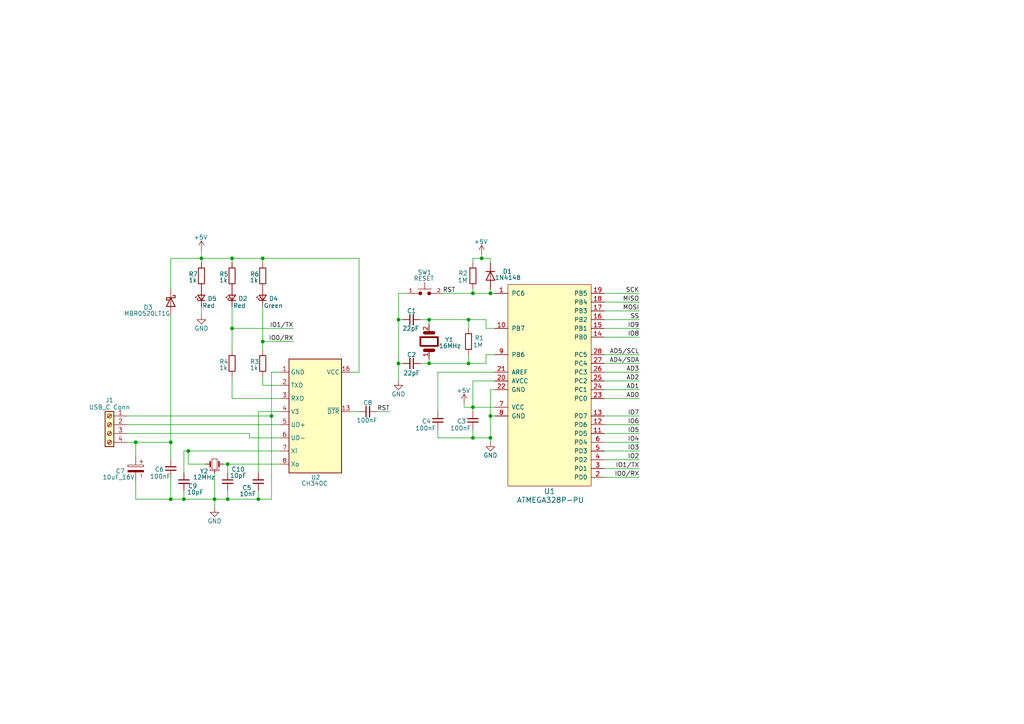
<source format=kicad_sch>
(kicad_sch (version 20250114) (generator "eeschema") (generator_version "9.0")
  (paper "A4")
  (lib_symbols
    (symbol "Connector:Screw_Terminal_01x04" (pin_names (offset 1.016) (hide yes))
      (property "Reference" "J" (at 0 5.08 0))
      (property "Value" "Screw_Terminal_01x04" (at 0 -7.62 0))
      (symbol "Screw_Terminal_01x04_1_1"
        (rectangle (start -1.27 3.81) (end 1.27 -6.35) (stroke (width 0.254)) (fill (type background)))
        (polyline (pts (xy -0.5334 2.8702) (xy 0.3302 2.032)) (stroke (width 0.1524)))
        (polyline (pts (xy -0.5334 0.3302) (xy 0.3302 -0.508)) (stroke (width 0.1524)))
        (polyline (pts (xy -0.5334 -2.2098) (xy 0.3302 -3.048)) (stroke (width 0.1524)))
        (polyline (pts (xy -0.5334 -4.7498) (xy 0.3302 -5.588)) (stroke (width 0.1524)))
        (polyline (pts (xy -0.3556 3.048) (xy 0.508 2.2098)) (stroke (width 0.1524)))
        (polyline (pts (xy -0.3556 0.508) (xy 0.508 -0.3302)) (stroke (width 0.1524)))
        (polyline (pts (xy -0.3556 -2.032) (xy 0.508 -2.8702)) (stroke (width 0.1524)))
        (polyline (pts (xy -0.3556 -4.572) (xy 0.508 -5.4102)) (stroke (width 0.1524)))
        (circle (center 0 2.54) (radius 0.635) (stroke (width 0.1524)))
        (circle (center 0 0) (radius 0.635) (stroke (width 0.1524)))
        (circle (center 0 -2.54) (radius 0.635) (stroke (width 0.1524)))
        (circle (center 0 -5.08) (radius 0.635) (stroke (width 0.1524)))
        (pin passive line (at -5.08 2.54 0) (length 3.81) (name "Pin_1") (number "1"))
        (pin passive line (at -5.08 0 0) (length 3.81) (name "Pin_2") (number "2"))
        (pin passive line (at -5.08 -2.54 0) (length 3.81) (name "Pin_3") (number "3"))
        (pin passive line (at -5.08 -5.08 0) (length 3.81) (name "Pin_4") (number "4"))
      )
    )
    (symbol "Device:C_Small" (pin_numbers (hide yes)) (pin_names (offset 0.254) (hide yes))
      (property "Reference" "C" (at 0.254 1.778 0))
      (property "Value" "C_Small" (at 0.254 -2.032 0))
      (symbol "C_Small_0_1"
        (polyline (pts (xy -1.524 0.508) (xy 1.524 0.508)) (stroke (width 0.3048)))
        (polyline (pts (xy -1.524 -0.508) (xy 1.524 -0.508)) (stroke (width 0.3302)))
      )
      (symbol "C_Small_1_1"
        (pin passive line (at 0 2.54 270) (length 2.032) (name "~") (number "1"))
        (pin passive line (at 0 -2.54 90) (length 2.032) (name "~") (number "2"))
      )
    )
    (symbol "Diode:1N4148" (pin_numbers (hide yes)) (pin_names (hide yes))
      (property "Reference" "D" (at 0 2.54 0))
      (property "Value" "1N4148" (at 0 -2.54 0))
      (symbol "1N4148_0_1"
        (polyline (pts (xy -1.27 1.27) (xy -1.27 -1.27)) (stroke (width 0.254)))
        (polyline (pts (xy 1.27 1.27) (xy 1.27 -1.27) (xy -1.27 0) (xy 1.27 1.27)) (stroke (width 0.254)))
        (polyline (pts (xy 1.27 0) (xy -1.27 0)))
      )
      (symbol "1N4148_1_1"
        (pin passive line (at -3.81 0 0) (length 2.54) (name "K") (number "1"))
        (pin passive line (at 3.81 0 180) (length 2.54) (name "A") (number "2"))
      )
    )
    (symbol "Diode:1N5822" (pin_numbers (hide yes)) (pin_names (offset 1.016) (hide yes))
      (property "Reference" "D" (at 0 2.54 0))
      (property "Value" "1N5822" (at 0 -2.54 0))
      (symbol "1N5822_0_1"
        (polyline (pts (xy -1.905 0.635) (xy -1.905 1.27) (xy -1.27 1.27) (xy -1.27 -1.27) (xy -0.635 -1.27) (xy -0.635 -0.635)) (stroke (width 0.254)))
        (polyline (pts (xy 1.27 1.27) (xy 1.27 -1.27) (xy -1.27 0) (xy 1.27 1.27)) (stroke (width 0.254)))
        (polyline (pts (xy 1.27 0) (xy -1.27 0)))
      )
      (symbol "1N5822_1_1"
        (pin passive line (at -3.81 0 0) (length 2.54) (name "K") (number "1"))
        (pin passive line (at 3.81 0 180) (length 2.54) (name "A") (number "2"))
      )
    )
    (symbol "Interface_USB:CH340C"
      (property "Reference" "U?" (at -1.27 -17.78 0))
      (property "Value" "CH340C" (at -4.064 -19.558 0))
      (symbol "CH340C_0_1"
        (rectangle (start -7.62 16.51) (end 7.62 -16.51) (stroke (width 0.254)) (fill (type background)))
      )
      (symbol "CH340C_1_1"
        (pin power_in line (at -10.16 12.7 0) (length 2.54) (name "GND") (number "1"))
        (pin output line (at -10.16 8.89 0) (length 2.54) (name "TXD") (number "2"))
        (pin input line (at -10.16 5.08 0) (length 2.54) (name "RXD") (number "3"))
        (pin power_out line (at -10.16 1.27 0) (length 2.54) (name "V3") (number "4"))
        (pin bidirectional line (at -10.16 -2.54 0) (length 2.54) (name "UD+") (number "5"))
        (pin bidirectional line (at -10.16 -6.35 0) (length 2.54) (name "UD-") (number "6"))
        (pin passive line (at -10.16 -10.16 0) (length 2.54) (name "Xi") (number "7"))
        (pin passive line (at -10.16 -13.97 0) (length 2.54) (name "Xo") (number "8"))
        (pin no_connect line (at 7.62 8.89 180) (length 2.54) (hide yes) (name "R232") (number "15"))
        (pin no_connect line (at 7.62 5.08 180) (length 2.54) (hide yes) (name "~{RTS}") (number "14"))
        (pin no_connect line (at 7.62 -2.54 180) (length 2.54) (hide yes) (name "~{DCD}") (number "12"))
        (pin no_connect line (at 7.62 -6.35 180) (length 2.54) (hide yes) (name "~{RI}") (number "11"))
        (pin no_connect line (at 7.62 -10.16 180) (length 2.54) (hide yes) (name "~{DSR}") (number "10"))
        (pin no_connect line (at 7.62 -13.97 180) (length 2.54) (hide yes) (name "~{CTS}") (number "9"))
        (pin power_in line (at 10.16 12.7 180) (length 2.54) (name "VCC") (number "16"))
        (pin output line (at 10.16 1.27 180) (length 2.54) (name "~{DTR}") (number "13"))
      )
    )
    (symbol "PCM_SL_Capacitors:10uF_16V"
      (property "Reference" "C" (at 0 7.62 0))
      (property "Value" "10uF_16V" (at 0 5.08 0))
      (symbol "10uF_16V_0_0"
        (text "+" (at -2.032 1.524 0) (effects (font (size 1.27 1.27))))
        (text "-" (at 2.032 1.524 0) (effects (font (size 1.27 1.27))))
      )
      (symbol "10uF_16V_0_1"
        (rectangle (start -1.016 -2.286) (end -0.508 2.286))
        (rectangle (start 0.508 -2.286) (end 1.016 2.286) (fill (type outline)))
      )
      (symbol "10uF_16V_1_1"
        (pin passive line (at -3.81 0 0) (length 2.7) (name "~") (number "1"))
        (pin input line (at 3.81 0 180) (length 2.7) (name "~") (number "2"))
      )
    )
    (symbol "PCM_SL_Devices:Crystal_16MHz"
      (property "Reference" "Y" (at 0 7.62 0))
      (property "Value" "Crystal_16MHz" (at 0 5.08 0))
      (symbol "Crystal_16MHz_0_1"
        (polyline (pts (xy -2.54 1.27) (xy -2.54 -1.27)) (stroke (width 1)))
        (rectangle (start -1.27 2.54) (end 1.27 -2.54) (stroke (width 0.5)))
        (polyline (pts (xy 2.54 1.27) (xy 2.54 -1.27)) (stroke (width 1)))
      )
      (symbol "Crystal_16MHz_1_1"
        (pin passive line (at -5.08 0 0) (length 2.54) (name "") (number "1"))
        (pin passive line (at 5.08 0 180) (length 2.54) (name "") (number "2"))
      )
    )
    (symbol "PCM_SL_Devices:Push_Button"
      (property "Reference" "SW" (at 0 6.35 0))
      (property "Value" "Push_Button" (at 0 4.445 0))
      (symbol "Push_Button_0_1"
        (polyline (pts (xy -3.175 0) (xy -1.778 0)))
        (polyline (pts (xy -1.905 1.27) (xy 1.905 1.27)))
        (circle (center -1.27 0) (radius 0.4579) (fill (type outline)))
        (polyline (pts (xy 0 1.27) (xy 0 3.175)))
        (circle (center 1.27 0) (radius 0.4579) (fill (type outline)))
        (polyline (pts (xy 1.778 0) (xy 3.175 0)))
      )
      (symbol "Push_Button_1_1"
        (pin passive line (at -5.08 0 0) (length 2) (name "") (number "1"))
        (pin passive line (at 5.08 0 180) (length 2) (name "") (number "2"))
      )
    )
    (symbol "PCM_SL_Resistors:1M"
      (property "Reference" "R" (at 0 5.08 0))
      (property "Value" "1M" (at 0 2.54 0))
      (symbol "1M_0_1"
        (rectangle (start -2.286 0.889) (end 2.286 -0.889) (stroke (width 0.24)))
      )
      (symbol "1M_1_1"
        (pin passive line (at -3.81 0 0) (length 1.5) (name "") (number "1"))
        (pin passive line (at 3.81 0 180) (length 1.5) (name "~") (number "2"))
      )
    )
    (symbol "SparkFun-Clock:Crystal_12MHz_2.5x2.0mm" (pin_numbers (hide yes)) (pin_names (offset 1.016) (hide yes))
      (property "Reference" "Y" (at 0 5.08 0))
      (property "Value" "12MHz" (at 0 3.175 0))
      (symbol "Crystal_12MHz_2.5x2.0mm_0_1"
        (polyline (pts (xy -1.27 -0.762) (xy -1.27 0.762)) (stroke (width 0.381)))
        (polyline (pts (xy -1.27 -1.27) (xy -1.27 -1.905) (xy 1.27 -1.905) (xy 1.27 -1.27)))
        (rectangle (start -0.762 1.524) (end 0.762 -1.524))
        (polyline (pts (xy 1.27 -0.762) (xy 1.27 0.762)) (stroke (width 0.381)))
      )
      (symbol "Crystal_12MHz_2.5x2.0mm_1_1"
        (pin passive line (at -2.54 0 0) (length 1.27) (name "1") (number "1"))
        (pin passive line (at 0 -2.54 90) (length 0.635) (name "2") (number "2"))
        (pin passive line (at 0 -2.54 90) (length 0.635) (hide yes) (name "4") (number "4"))
        (pin passive line (at 2.54 0 180) (length 1.27) (name "3") (number "3"))
      )
    )
    (symbol "SparkFun-LED:LED_Red_0603" (pin_numbers (hide yes)) (pin_names (offset 1.016) (hide yes))
      (property "Reference" "D" (at 0 2.54 0))
      (property "Value" "Red" (at 0 -2.54 0))
      (symbol "LED_Red_0603_0_1"
        (polyline (pts (xy -0.762 -1.016) (xy -0.762 1.016)) (stroke (width 0.254)))
        (polyline (pts (xy 0 0.762) (xy -0.508 1.27) (xy -0.254 1.27) (xy -0.508 1.27) (xy -0.508 1.016)))
        (polyline (pts (xy 0.508 1.27) (xy 0 1.778) (xy 0.254 1.778) (xy 0 1.778) (xy 0 1.524)))
        (polyline (pts (xy 0.762 -1.016) (xy -0.762 0) (xy 0.762 1.016) (xy 0.762 -1.016)) (stroke (width 0.254)))
        (polyline (pts (xy 1.016 0) (xy -0.762 0)))
      )
      (symbol "LED_Red_0603_1_1"
        (pin passive line (at -2.54 0 0) (length 1.778) (name "K") (number "1"))
        (pin passive line (at 2.54 0 180) (length 1.778) (name "A") (number "2"))
      )
    )
    (symbol "dk_Embedded-Microcontrollers:ATMEGA328P-PU" (pin_names (offset 1.016))
      (property "Reference" "U?" (at -1.778 32.766 0))
      (property "Value" "ATMEGA328P-PU" (at -10.414 30.48 0))
      (symbol "ATMEGA328P-PU_0_1"
        (rectangle (start -13.97 29.21) (end 10.16 -29.21) (fill (type background)))
      )
      (symbol "ATMEGA328P-PU_1_1"
        (pin bidirectional line (at -17.78 26.67 0) (length 3.81) (name "PC6") (number "1"))
        (pin bidirectional line (at -17.78 16.51 0) (length 3.81) (name "PB7") (number "10"))
        (pin bidirectional line (at -17.78 8.89 0) (length 3.81) (name "PB6") (number "9"))
        (pin input line (at -17.78 3.81 0) (length 3.81) (name "AREF") (number "21"))
        (pin power_in line (at -17.78 1.27 0) (length 3.81) (name "AVCC") (number "20"))
        (pin power_in line (at -17.78 -1.27 0) (length 3.81) (name "GND") (number "22"))
        (pin power_in line (at -17.78 -6.35 0) (length 3.81) (name "VCC") (number "7"))
        (pin power_in line (at -17.78 -8.89 0) (length 3.81) (name "GND") (number "8"))
        (pin bidirectional line (at 13.97 26.67 180) (length 3.81) (name "PB5") (number "19"))
        (pin bidirectional line (at 13.97 24.13 180) (length 3.81) (name "PB4") (number "18"))
        (pin bidirectional line (at 13.97 21.59 180) (length 3.81) (name "PB3") (number "17"))
        (pin bidirectional line (at 13.97 19.05 180) (length 3.81) (name "PB2") (number "16"))
        (pin bidirectional line (at 13.97 16.51 180) (length 3.81) (name "PB1") (number "15"))
        (pin bidirectional line (at 13.97 13.97 180) (length 3.81) (name "PB0") (number "14"))
        (pin bidirectional line (at 13.97 8.89 180) (length 3.81) (name "PC5") (number "28"))
        (pin bidirectional line (at 13.97 6.35 180) (length 3.81) (name "PC4") (number "27"))
        (pin bidirectional line (at 13.97 3.81 180) (length 3.81) (name "PC3") (number "26"))
        (pin bidirectional line (at 13.97 1.27 180) (length 3.81) (name "PC2") (number "25"))
        (pin bidirectional line (at 13.97 -1.27 180) (length 3.81) (name "PC1") (number "24"))
        (pin bidirectional line (at 13.97 -3.81 180) (length 3.81) (name "PC0") (number "23"))
        (pin bidirectional line (at 13.97 -8.89 180) (length 3.81) (name "PD7") (number "13"))
        (pin bidirectional line (at 13.97 -11.43 180) (length 3.81) (name "PD6") (number "12"))
        (pin bidirectional line (at 13.97 -13.97 180) (length 3.81) (name "PD5") (number "11"))
        (pin bidirectional line (at 13.97 -16.51 180) (length 3.81) (name "PD4") (number "6"))
        (pin bidirectional line (at 13.97 -19.05 180) (length 3.81) (name "PD3") (number "5"))
        (pin bidirectional line (at 13.97 -21.59 180) (length 3.81) (name "PD2") (number "4"))
        (pin bidirectional line (at 13.97 -24.13 180) (length 3.81) (name "PD1") (number "3"))
        (pin bidirectional line (at 13.97 -26.67 180) (length 3.81) (name "PD0") (number "2"))
      )
    )
    (symbol "power:+5V" (power) (pin_numbers (hide yes)) (pin_names (offset 0) (hide yes))
      (property "Value" "+5V" (at 0 3.556 0))
      (symbol "+5V_0_1"
        (polyline (pts (xy -0.762 1.27) (xy 0 2.54)))
        (polyline (pts (xy 0 2.54) (xy 0.762 1.27)))
        (polyline (pts (xy 0 0) (xy 0 2.54)))
      )
      (symbol "+5V_1_1"
        (pin power_in line (at 0 0 90) (length 0) (name "~") (number "1"))
      )
    )
    (symbol "power:GND" (power) (pin_numbers (hide yes)) (pin_names (offset 0) (hide yes))
      (property "Value" "GND" (at 0 -3.81 0))
      (symbol "GND_0_1"
        (polyline (pts (xy 0 0) (xy 0 -1.27) (xy 1.27 -1.27) (xy 0 -2.54) (xy -1.27 -1.27) (xy 0 -1.27)))
      )
      (symbol "GND_1_1"
        (pin power_in line (at 0 0 270) (length 0) (name "~") (number "1"))
      )
    )
  )
  (junction (at 49.53 128.27))
  (junction (at 58.42 74.93))
  (junction (at 142.24 120.65))
  (junction (at 137.16 118.11))
  (junction (at 67.31 95.25))
  (junction (at 142.24 127))
  (junction (at 67.31 74.93))
  (junction (at 135.89 92.71))
  (junction (at 76.2 99.06))
  (junction (at 66.04 134.62))
  (junction (at 39.37 128.27))
  (junction (at 66.04 144.78))
  (junction (at 49.53 144.78))
  (junction (at 78.74 120.65))
  (junction (at 139.7 74.93))
  (junction (at 142.24 85.09))
  (junction (at 137.16 127))
  (junction (at 53.34 144.78))
  (junction (at 62.23 144.78))
  (junction (at 137.16 85.09))
  (junction (at 74.93 144.78))
  (junction (at 135.89 105.41))
  (junction (at 76.2 74.93))
  (junction (at 124.46 92.71))
  (junction (at 124.46 105.41))
  (junction (at 115.57 105.41))
  (junction (at 115.57 92.71))
  (junction (at 54.61 130.81))
  (wire (pts (xy 53.34 144.78) (xy 62.23 144.78)))
  (wire (pts (xy 39.37 128.27) (xy 39.37 132.08)))
  (wire (pts (xy 67.31 95.25) (xy 67.31 101.6)))
  (wire (pts (xy 137.16 74.93) (xy 137.16 76.2)))
  (wire (pts (xy 49.53 74.93) (xy 58.42 74.93)))
  (wire (pts (xy 142.24 113.03) (xy 143.51 113.03)))
  (wire (pts (xy 66.04 134.62) (xy 66.04 137.16)))
  (wire (pts (xy 142.24 85.09) (xy 143.51 85.09)))
  (wire (pts (xy 76.2 74.93) (xy 104.14 74.93)))
  (wire (pts (xy 62.23 147.32) (xy 62.23 144.78)))
  (wire (pts (xy 49.53 128.27) (xy 49.53 133.35)))
  (wire (pts (xy 175.26 123.19) (xy 185.42 123.19)))
  (wire (pts (xy 76.2 74.93) (xy 76.2 76.2)))
  (wire (pts (xy 140.97 92.71) (xy 140.97 95.25)))
  (wire (pts (xy 58.42 74.93) (xy 58.42 76.2)))
  (wire (pts (xy 137.16 127) (xy 142.24 127)))
  (wire (pts (xy 128.27 85.09) (xy 137.16 85.09)))
  (wire (pts (xy 175.26 110.49) (xy 185.42 110.49)))
  (wire (pts (xy 49.53 144.78) (xy 53.34 144.78)))
  (wire (pts (xy 109.22 119.38) (xy 113.03 119.38)))
  (wire (pts (xy 137.16 127) (xy 137.16 124.46)))
  (wire (pts (xy 175.26 105.41) (xy 185.42 105.41)))
  (wire (pts (xy 54.61 134.62) (xy 59.69 134.62)))
  (wire (pts (xy 140.97 95.25) (xy 143.51 95.25)))
  (wire (pts (xy 175.26 115.57) (xy 185.42 115.57)))
  (wire (pts (xy 175.26 90.17) (xy 185.42 90.17)))
  (wire (pts (xy 39.37 128.27) (xy 49.53 128.27)))
  (wire (pts (xy 142.24 120.65) (xy 142.24 127)))
  (wire (pts (xy 66.04 142.24) (xy 66.04 144.78)))
  (wire (pts (xy 76.2 111.76) (xy 81.28 111.76)))
  (wire (pts (xy 139.7 74.93) (xy 142.24 74.93)))
  (wire (pts (xy 115.57 85.09) (xy 115.57 92.71)))
  (wire (pts (xy 53.34 130.81) (xy 53.34 137.16)))
  (wire (pts (xy 124.46 92.71) (xy 135.89 92.71)))
  (wire (pts (xy 115.57 92.71) (xy 116.84 92.71)))
  (wire (pts (xy 137.16 118.11) (xy 143.51 118.11)))
  (wire (pts (xy 64.77 134.62) (xy 66.04 134.62)))
  (wire (pts (xy 36.83 125.73) (xy 72.39 125.73)))
  (wire (pts (xy 142.24 83.82) (xy 142.24 85.09)))
  (wire (pts (xy 74.93 119.38) (xy 81.28 119.38)))
  (wire (pts (xy 39.37 144.78) (xy 49.53 144.78)))
  (wire (pts (xy 140.97 102.87) (xy 143.51 102.87)))
  (wire (pts (xy 78.74 107.95) (xy 78.74 120.65)))
  (wire (pts (xy 139.7 73.66) (xy 139.7 74.93)))
  (wire (pts (xy 175.26 128.27) (xy 185.42 128.27)))
  (wire (pts (xy 66.04 134.62) (xy 81.28 134.62)))
  (wire (pts (xy 137.16 110.49) (xy 143.51 110.49)))
  (wire (pts (xy 36.83 120.65) (xy 78.74 120.65)))
  (wire (pts (xy 101.6 119.38) (xy 104.14 119.38)))
  (wire (pts (xy 76.2 109.22) (xy 76.2 111.76)))
  (wire (pts (xy 49.53 91.44) (xy 49.53 128.27)))
  (wire (pts (xy 49.53 138.43) (xy 49.53 144.78)))
  (wire (pts (xy 76.2 99.06) (xy 76.2 101.6)))
  (wire (pts (xy 137.16 83.82) (xy 137.16 85.09)))
  (wire (pts (xy 67.31 88.9) (xy 67.31 95.25)))
  (wire (pts (xy 142.24 127) (xy 142.24 128.27)))
  (wire (pts (xy 62.23 137.16) (xy 62.23 144.78)))
  (wire (pts (xy 134.62 116.84) (xy 134.62 118.11)))
  (wire (pts (xy 137.16 85.09) (xy 142.24 85.09)))
  (wire (pts (xy 137.16 118.11) (xy 137.16 119.38)))
  (wire (pts (xy 175.26 138.43) (xy 185.42 138.43)))
  (wire (pts (xy 135.89 92.71) (xy 140.97 92.71)))
  (wire (pts (xy 67.31 74.93) (xy 67.31 76.2)))
  (wire (pts (xy 175.26 102.87) (xy 185.42 102.87)))
  (wire (pts (xy 115.57 105.41) (xy 115.57 110.49)))
  (wire (pts (xy 175.26 107.95) (xy 185.42 107.95)))
  (wire (pts (xy 36.83 128.27) (xy 39.37 128.27)))
  (wire (pts (xy 134.62 118.11) (xy 137.16 118.11)))
  (wire (pts (xy 49.53 74.93) (xy 49.53 83.82)))
  (wire (pts (xy 66.04 144.78) (xy 74.93 144.78)))
  (wire (pts (xy 124.46 92.71) (xy 124.46 93.98)))
  (wire (pts (xy 58.42 72.39) (xy 58.42 74.93)))
  (wire (pts (xy 39.37 139.7) (xy 39.37 144.78)))
  (wire (pts (xy 175.26 135.89) (xy 185.42 135.89)))
  (wire (pts (xy 74.93 119.38) (xy 74.93 137.16)))
  (wire (pts (xy 124.46 104.14) (xy 124.46 105.41)))
  (wire (pts (xy 175.26 133.35) (xy 185.42 133.35)))
  (wire (pts (xy 53.34 142.24) (xy 53.34 144.78)))
  (wire (pts (xy 74.93 144.78) (xy 78.74 144.78)))
  (wire (pts (xy 72.39 127) (xy 81.28 127)))
  (wire (pts (xy 121.92 92.71) (xy 124.46 92.71)))
  (wire (pts (xy 104.14 74.93) (xy 104.14 107.95)))
  (wire (pts (xy 142.24 113.03) (xy 142.24 120.65)))
  (wire (pts (xy 127 107.95) (xy 143.51 107.95)))
  (wire (pts (xy 58.42 88.9) (xy 58.42 91.44)))
  (wire (pts (xy 67.31 74.93) (xy 76.2 74.93)))
  (wire (pts (xy 175.26 95.25) (xy 185.42 95.25)))
  (wire (pts (xy 175.26 97.79) (xy 185.42 97.79)))
  (wire (pts (xy 175.26 92.71) (xy 185.42 92.71)))
  (wire (pts (xy 135.89 102.87) (xy 135.89 105.41)))
  (wire (pts (xy 53.34 130.81) (xy 54.61 130.81)))
  (wire (pts (xy 62.23 144.78) (xy 66.04 144.78)))
  (wire (pts (xy 115.57 105.41) (xy 116.84 105.41)))
  (wire (pts (xy 175.26 113.03) (xy 185.42 113.03)))
  (wire (pts (xy 175.26 87.63) (xy 185.42 87.63)))
  (wire (pts (xy 175.26 85.09) (xy 185.42 85.09)))
  (wire (pts (xy 67.31 95.25) (xy 85.09 95.25)))
  (wire (pts (xy 78.74 107.95) (xy 81.28 107.95)))
  (wire (pts (xy 101.6 107.95) (xy 104.14 107.95)))
  (wire (pts (xy 54.61 130.81) (xy 81.28 130.81)))
  (wire (pts (xy 135.89 92.71) (xy 135.89 95.25)))
  (wire (pts (xy 140.97 102.87) (xy 140.97 105.41)))
  (wire (pts (xy 175.26 125.73) (xy 185.42 125.73)))
  (wire (pts (xy 142.24 120.65) (xy 143.51 120.65)))
  (wire (pts (xy 67.31 109.22) (xy 67.31 115.57)))
  (wire (pts (xy 137.16 74.93) (xy 139.7 74.93)))
  (wire (pts (xy 127 124.46) (xy 127 127)))
  (wire (pts (xy 142.24 74.93) (xy 142.24 76.2)))
  (wire (pts (xy 36.83 123.19) (xy 81.28 123.19)))
  (wire (pts (xy 74.93 142.24) (xy 74.93 144.78)))
  (wire (pts (xy 76.2 88.9) (xy 76.2 99.06)))
  (wire (pts (xy 121.92 105.41) (xy 124.46 105.41)))
  (wire (pts (xy 58.42 74.93) (xy 67.31 74.93)))
  (wire (pts (xy 67.31 115.57) (xy 81.28 115.57)))
  (wire (pts (xy 127 107.95) (xy 127 119.38)))
  (wire (pts (xy 175.26 120.65) (xy 185.42 120.65)))
  (wire (pts (xy 115.57 92.71) (xy 115.57 105.41)))
  (wire (pts (xy 78.74 120.65) (xy 78.74 144.78)))
  (wire (pts (xy 124.46 105.41) (xy 135.89 105.41)))
  (wire (pts (xy 135.89 105.41) (xy 140.97 105.41)))
  (wire (pts (xy 54.61 130.81) (xy 54.61 134.62)))
  (wire (pts (xy 72.39 125.73) (xy 72.39 127)))
  (wire (pts (xy 76.2 99.06) (xy 85.09 99.06)))
  (wire (pts (xy 127 127) (xy 137.16 127)))
  (wire (pts (xy 137.16 110.49) (xy 137.16 118.11)))
  (wire (pts (xy 115.57 85.09) (xy 118.11 85.09)))
  (wire (pts (xy 175.26 130.81) (xy 185.42 130.81)))
  (label "AD2" (at 185.42 110.49 180))
  (label "AD1" (at 185.42 113.03 180))
  (label "IO6" (at 185.42 123.19 180))
  (label "IO8" (at 185.42 97.79 180))
  (label "MISO" (at 185.42 87.63 180))
  (label "IO3" (at 185.42 130.81 180))
  (label "SS" (at 185.42 92.71 180))
  (label "IO1{slash}TX" (at 85.09 95.25 180))
  (label "IO9" (at 185.42 95.25 180))
  (label "AD3" (at 185.42 107.95 180))
  (label "AD4{slash}SDA" (at 185.42 105.41 180))
  (label "IO2" (at 185.42 133.35 180))
  (label "AD5{slash}SCL" (at 185.42 102.87 180))
  (label "RST" (at 113.03 119.38 180))
  (label "IO1{slash}TX" (at 185.42 135.89 180))
  (label "SCK" (at 185.42 85.09 180))
  (label "AD0" (at 185.42 115.57 180))
  (label "IO7" (at 185.42 120.65 180))
  (label "RST" (at 132.08 85.09 180))
  (label "MOSI" (at 185.42 90.17 180))
  (label "IO0{slash}RX" (at 85.09 99.06 180))
  (label "IO4" (at 185.42 128.27 180))
  (label "IO0{slash}RX" (at 185.42 138.43 180))
  (label "IO5" (at 185.42 125.73 180))
  (symbol (lib_id "power:+5V") (at 134.62 116.84 0) (unit 1)
    (property "Reference" "#PWR03" (effects (hide yes)))
    (property "Value" "+5V" (at 134.366 113.284 0))
    (property "Description" "Power symbol creates a global label with name \"+5V\"" (effects (hide yes)))
  )
  (symbol (lib_id "PCM_SL_Resistors:1M") (at 76.2 80.01 270) (unit 1)
    (property "Reference" "R6" (at 75.184 79.502 90) (effects (justify right)))
    (property "Value" "1k" (at 74.93 81.28 90) (effects (justify right)))
    (property "Footprint" "Resistor_THT:R_Axial_DIN0207_L6.3mm_D2.5mm_P10.16mm_Horizontal" (effects (hide yes)))
    (property "Description" "1MΩ, 1/4W Resistor" (effects (hide yes)))
  )
  (symbol (lib_id "power:GND") (at 58.42 91.44 0) (unit 1)
    (property "Reference" "#PWR07" (effects (hide yes)))
    (property "Value" "GND" (at 58.42 95.25 0))
    (property "Description" "Power symbol creates a global label with name \"GND\" , ground" (effects (hide yes)))
  )
  (symbol (lib_id "PCM_SL_Resistors:1M") (at 137.16 80.01 270) (unit 1)
    (property "Reference" "R2" (at 135.636 79.248 90) (effects (justify right)))
    (property "Value" "1M" (at 135.636 81.28 90) (effects (justify right)))
    (property "Footprint" "Resistor_THT:R_Axial_DIN0207_L6.3mm_D2.5mm_P10.16mm_Horizontal" (effects (hide yes)))
    (property "Description" "1MΩ, 1/4W Resistor" (effects (hide yes)))
  )
  (symbol (lib_id "PCM_SL_Resistors:1M") (at 76.2 105.41 270) (unit 1)
    (property "Reference" "R3" (at 75.184 104.902 90) (effects (justify right)))
    (property "Value" "1k" (at 74.93 106.68 90) (effects (justify right)))
    (property "Footprint" "Resistor_THT:R_Axial_DIN0207_L6.3mm_D2.5mm_P10.16mm_Horizontal" (effects (hide yes)))
    (property "Description" "1MΩ, 1/4W Resistor" (effects (hide yes)))
  )
  (symbol (lib_id "Device:C_Small") (at 119.38 105.41 270) (unit 1)
    (property "Reference" "C2" (at 119.38 102.87 90))
    (property "Value" "22pF" (at 119.38 108.204 90))
    (property "Description" "Unpolarized capacitor, small symbol" (effects (hide yes)))
  )
  (symbol (lib_id "Device:C_Small") (at 119.38 92.71 90) (unit 1)
    (property "Reference" "C1" (at 119.38 90.17 90))
    (property "Value" "22pF" (at 119.126 95.25 90))
    (property "Description" "Unpolarized capacitor, small symbol" (effects (hide yes)))
  )
  (symbol (lib_id "Device:C_Small") (at 127 121.92 180) (unit 1)
    (property "Reference" "C4" (at 123.698 122.174 0))
    (property "Value" "100nF" (at 123.444 124.206 0))
    (property "Description" "Unpolarized capacitor, small symbol" (effects (hide yes)))
  )
  (symbol (lib_id "dk_Embedded-Microcontrollers:ATMEGA328P-PU") (at 161.29 111.76 0) (unit 1)
    (property "Reference" "U1" (at 157.734 142.494 0) (effects (font (size 1.524 1.524)) (justify left)))
    (property "Value" "ATMEGA328P-PU" (at 149.86 145.034 0) (effects (font (size 1.524 1.524)) (justify left)))
    (property "Footprint" "digikey-footprints:DIP-28_W7.62mm" (effects (hide yes)))
    (property "Datasheet" "http://www.microchip.com/mymicrochip/filehandler.aspx?ddocname=en608326" (effects (hide yes)))
    (property "Description" "IC MCU 8BIT 32KB FLASH 28DIP" (effects (hide yes)))
    (property "Digi-Key_PN" "ATMEGA328P-PU-ND" (effects (hide yes)))
    (property "MPN" "ATMEGA328P-PU" (effects (hide yes)))
    (property "Category" "Integrated Circuits (ICs)" (effects (hide yes)))
    (property "Family" "Embedded - Microcontrollers" (effects (hide yes)))
    (property "DK_Datasheet_Link" "http://www.microchip.com/mymicrochip/filehandler.aspx?ddocname=en608326" (effects (hide yes)))
    (property "DK_Detail_Page" "/product-detail/en/microchip-technology/ATMEGA328P-PU/ATMEGA328P-PU-ND/1914589" (effects (hide yes)))
    (property "Description_1" "IC MCU 8BIT 32KB FLASH 28DIP" (effects (hide yes)))
    (property "Manufacturer" "Microchip Technology" (effects (hide yes)))
    (property "Status" "Active" (effects (hide yes)))
  )
  (symbol (lib_id "PCM_SL_Devices:Crystal_16MHz") (at 124.46 99.06 90) (unit 1)
    (property "Reference" "Y1" (at 129.032 98.552 90) (effects (justify right)))
    (property "Value" "16MHz" (at 127.254 100.33 90) (effects (justify right)))
    (property "Footprint" "Crystal:Crystal_HC49-4H_Vertical" (effects (hide yes)))
    (property "Description" "16Mz Crystal" (effects (hide yes)))
  )
  (symbol (lib_id "Device:C_Small") (at 106.68 119.38 90) (unit 1)
    (property "Reference" "C8" (at 106.68 116.84 90))
    (property "Value" "100nF" (at 106.426 121.92 90))
    (property "Description" "Unpolarized capacitor, small symbol" (effects (hide yes)))
  )
  (symbol (lib_id "PCM_SL_Resistors:1M") (at 58.42 80.01 270) (unit 1)
    (property "Reference" "R7" (at 57.404 79.502 90) (effects (justify right)))
    (property "Value" "1k" (at 57.15 81.28 90) (effects (justify right)))
    (property "Footprint" "Resistor_THT:R_Axial_DIN0207_L6.3mm_D2.5mm_P10.16mm_Horizontal" (effects (hide yes)))
    (property "Description" "1MΩ, 1/4W Resistor" (effects (hide yes)))
  )
  (symbol (lib_id "Device:C_Small") (at 137.16 121.92 180) (unit 1)
    (property "Reference" "C3" (at 133.858 122.174 0))
    (property "Value" "100nF" (at 133.604 124.206 0))
    (property "Description" "Unpolarized capacitor, small symbol" (effects (hide yes)))
  )
  (symbol (lib_id "power:GND") (at 62.23 147.32 0) (unit 1)
    (property "Reference" "#PWR05" (effects (hide yes)))
    (property "Value" "GND" (at 62.23 151.13 0))
    (property "Description" "Power symbol creates a global label with name \"GND\" , ground" (effects (hide yes)))
  )
  (symbol (lib_id "Device:C_Small") (at 53.34 139.7 0) (unit 1)
    (property "Reference" "C9" (at 55.88 140.97 0))
    (property "Value" "10pF" (at 56.642 142.748 0))
    (property "Description" "Unpolarized capacitor, small symbol" (effects (hide yes)))
  )
  (symbol (lib_id "SparkFun-Clock:Crystal_12MHz_2.5x2.0mm") (at 62.23 134.62 0) (unit 1)
    (property "Reference" "Y2" (at 59.182 136.652 0))
    (property "Value" "12MHz" (at 59.182 138.43 0))
    (property "Footprint" "SparkFun-Clock:Crystal_SMD_2.5x2.0mm" (effects (hide yes)))
    (property "Datasheet" "https://ecsxtal.com/store/pdf/ECX-2236B.pdf" (effects (hide yes)))
    (property "Description" "Crystal" (effects (hide yes)))
    (property "PROD_ID" "XTAL-15540" (effects (hide yes)))
  )
  (symbol (lib_id "PCM_SL_Devices:Push_Button") (at 123.19 85.09 0) (unit 1)
    (property "Reference" "SW1" (at 123.19 78.994 0))
    (property "Value" "RESET" (at 122.936 80.772 0))
    (property "Footprint" "Button_Switch_THT:SW_PUSH_6mm" (effects (hide yes)))
    (property "Description" "Common 6mmx6mm Push Button" (effects (hide yes)))
  )
  (symbol (lib_id "PCM_SL_Resistors:1M") (at 67.31 80.01 270) (unit 1)
    (property "Reference" "R5" (at 66.294 79.502 90) (effects (justify right)))
    (property "Value" "1k" (at 66.04 81.28 90) (effects (justify right)))
    (property "Footprint" "Resistor_THT:R_Axial_DIN0207_L6.3mm_D2.5mm_P10.16mm_Horizontal" (effects (hide yes)))
    (property "Description" "1MΩ, 1/4W Resistor" (effects (hide yes)))
  )
  (symbol (lib_id "Diode:1N4148") (at 142.24 80.01 270) (unit 1)
    (property "Reference" "D1" (at 145.796 78.74 90) (effects (justify left)))
    (property "Value" "1N4148" (at 143.51 80.518 90) (effects (justify left)))
    (property "Footprint" "Diode_THT:D_DO-35_SOD27_P7.62mm_Horizontal" (effects (hide yes)))
    (property "Datasheet" "https://assets.nexperia.com/documents/data-sheet/1N4148_1N4448.pdf" (effects (hide yes)))
    (property "Description" "100V 0.15A standard switching diode, DO-35" (effects (hide yes)))
    (property "Sim.Device" "D" (effects (hide yes)))
    (property "Sim.Pins" "1=K 2=A" (effects (hide yes)))
  )
  (symbol (lib_id "SparkFun-LED:LED_Red_0603") (at 67.31 86.36 90) (unit 1)
    (property "Reference" "D2" (at 69.088 86.614 90) (effects (justify right)))
    (property "Value" "Red" (at 67.564 88.646 90) (effects (justify right)))
    (property "Footprint" "SparkFun-LED:LED_0603_1608Metric_Red" (effects (hide yes)))
    (property "Datasheet" "https://docs.broadcom.com/docs/AV02-0551EN" (effects (hide yes)))
    (property "Description" "Light emitting diode" (effects (hide yes)))
    (property "PROD_ID" "DIO-17976" (effects (hide yes)))
  )
  (symbol (lib_id "PCM_SL_Resistors:1M") (at 67.31 105.41 270) (unit 1)
    (property "Reference" "R4" (at 66.294 104.902 90) (effects (justify right)))
    (property "Value" "1k" (at 66.04 106.68 90) (effects (justify right)))
    (property "Footprint" "Resistor_THT:R_Axial_DIN0207_L6.3mm_D2.5mm_P10.16mm_Horizontal" (effects (hide yes)))
    (property "Description" "1MΩ, 1/4W Resistor" (effects (hide yes)))
  )
  (symbol (lib_id "Interface_USB:CH340C") (at 91.44 120.65 0) (unit 1)
    (property "Reference" "U2" (at 90.17 138.43 0) (effects (justify left)))
    (property "Value" "CH340C" (at 87.376 140.208 0) (effects (justify left)))
    (property "Footprint" "Package_SO:SOIC-16_3.9x9.9mm_P1.27mm" (effects (hide yes)))
    (property "Datasheet" "https://datasheet.lcsc.com/szlcsc/Jiangsu-Qin-Heng-CH340C_C84681.pdf" (effects (hide yes)))
    (property "Description" "USB serial converter, crystal-less, UART, SOIC-16" (effects (hide yes)))
  )
  (symbol (lib_id "power:GND") (at 142.24 128.27 0) (unit 1)
    (property "Reference" "#PWR02" (effects (hide yes)))
    (property "Value" "GND" (at 142.24 132.08 0))
    (property "Description" "Power symbol creates a global label with name \"GND\" , ground" (effects (hide yes)))
  )
  (symbol (lib_id "Connector:Screw_Terminal_01x04") (at 31.75 123.19 0) (mirror y) (unit 1)
    (property "Reference" "J1" (at 31.75 116.078 0))
    (property "Value" "USB_C Conn" (at 31.75 118.11 0))
    (property "Description" "Generic screw terminal, single row, 01x04, script generated (kicad-library-utils/schlib/autogen/connector/)" (effects (hide yes)))
  )
  (symbol (lib_id "SparkFun-LED:LED_Red_0603") (at 76.2 86.36 90) (unit 1)
    (property "Reference" "D4" (at 77.978 86.614 90) (effects (justify right)))
    (property "Value" "Green" (at 76.454 88.646 90) (effects (justify right)))
    (property "Footprint" "SparkFun-LED:LED_0603_1608Metric_Red" (effects (hide yes)))
    (property "Datasheet" "https://docs.broadcom.com/docs/AV02-0551EN" (effects (hide yes)))
    (property "Description" "Light emitting diode" (effects (hide yes)))
    (property "PROD_ID" "DIO-17976" (effects (hide yes)))
  )
  (symbol (lib_id "Device:C_Small") (at 74.93 139.7 180) (unit 1)
    (property "Reference" "C5" (at 71.628 141.478 0))
    (property "Value" "10nF" (at 71.882 143.256 0))
    (property "Description" "Unpolarized capacitor, small symbol" (effects (hide yes)))
  )
  (symbol (lib_id "PCM_SL_Capacitors:10uF_16V") (at 39.37 135.89 270) (unit 1)
    (property "Reference" "C7" (at 33.528 136.652 90) (effects (justify left)))
    (property "Value" "10uF_16V" (at 29.718 138.43 90) (effects (justify left)))
    (property "Footprint" "Capacitor_THT:CP_Radial_D5.0mm_P2.00mm" (effects (hide yes)))
    (property "Description" "10uF, 16V Electrolytic Capacitor" (effects (hide yes)))
  )
  (symbol (lib_id "power:+5V") (at 58.42 72.39 0) (unit 1)
    (property "Reference" "#PWR06" (effects (hide yes)))
    (property "Value" "+5V" (at 58.166 68.834 0))
    (property "Description" "Power symbol creates a global label with name \"+5V\"" (effects (hide yes)))
  )
  (symbol (lib_id "Device:C_Small") (at 66.04 139.7 0) (unit 1)
    (property "Reference" "C10" (at 69.088 136.144 0))
    (property "Value" "10pF" (at 69.088 137.922 0))
    (property "Description" "Unpolarized capacitor, small symbol" (effects (hide yes)))
  )
  (symbol (lib_id "power:+5V") (at 139.7 73.66 0) (unit 1)
    (property "Reference" "#PWR04" (effects (hide yes)))
    (property "Value" "+5V" (at 139.446 70.104 0))
    (property "Description" "Power symbol creates a global label with name \"+5V\"" (effects (hide yes)))
  )
  (symbol (lib_id "Diode:1N5822") (at 49.53 87.63 270) (unit 1)
    (property "Reference" "D3" (at 42.926 89.154 90))
    (property "Value" "MBR0520LT1G" (at 42.672 90.932 90))
    (property "Footprint" "Diode_THT:D_DO-201AD_P15.24mm_Horizontal" (effects (hide yes)))
    (property "Datasheet" "http://www.vishay.com/docs/88526/1n5820.pdf" (effects (hide yes)))
    (property "Description" "40V 3A Schottky Barrier Rectifier Diode, DO-201AD" (effects (hide yes)))
  )
  (symbol (lib_id "SparkFun-LED:LED_Red_0603") (at 58.42 86.36 90) (unit 1)
    (property "Reference" "D5" (at 60.198 86.614 90) (effects (justify right)))
    (property "Value" "Red" (at 58.674 88.646 90) (effects (justify right)))
    (property "Footprint" "SparkFun-LED:LED_0603_1608Metric_Red" (effects (hide yes)))
    (property "Datasheet" "https://docs.broadcom.com/docs/AV02-0551EN" (effects (hide yes)))
    (property "Description" "Light emitting diode" (effects (hide yes)))
    (property "PROD_ID" "DIO-17976" (effects (hide yes)))
  )
  (symbol (lib_id "PCM_SL_Resistors:1M") (at 135.89 99.06 90) (unit 1)
    (property "Reference" "R1" (at 137.668 98.044 90) (effects (justify right)))
    (property "Value" "1M" (at 137.16 100.076 90) (effects (justify right)))
    (property "Footprint" "Resistor_THT:R_Axial_DIN0207_L6.3mm_D2.5mm_P10.16mm_Horizontal" (effects (hide yes)))
    (property "Description" "1MΩ, 1/4W Resistor" (effects (hide yes)))
  )
  (symbol (lib_id "Device:C_Small") (at 49.53 135.89 180) (unit 1)
    (property "Reference" "C6" (at 46.228 136.144 0))
    (property "Value" "100nF" (at 46.482 138.176 0))
    (property "Description" "Unpolarized capacitor, small symbol" (effects (hide yes)))
  )
  (symbol (lib_id "power:GND") (at 115.57 110.49 0) (unit 1)
    (property "Reference" "#PWR01" (effects (hide yes)))
    (property "Value" "GND" (at 115.57 114.3 0))
    (property "Description" "Power symbol creates a global label with name \"GND\" , ground" (effects (hide yes)))
  )
)
</source>
